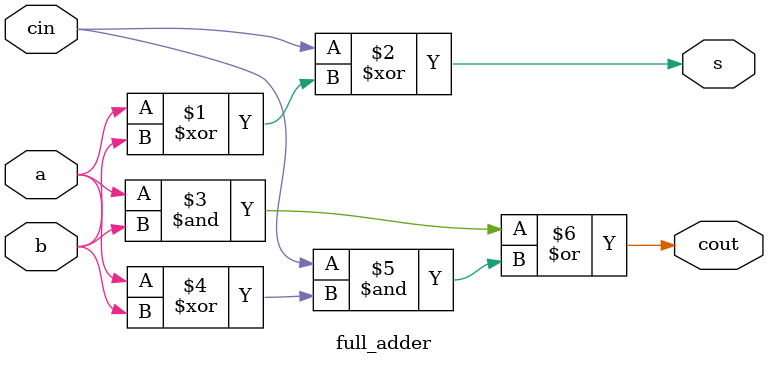
<source format=v>
module full_adder(
    input wire a, // input a
    input wire b, // input b
    input wire cin, // carry in
    output wire s, // sum
    output wire cout // carry out
);

// The expression for sum as a Sum of Products is:
// (~a & ~b & cin) | (~a & b & ~cin) | (a & ~b & ~cin) | (a & b & cin);
//
// This can be optimized into sum = cin XOR (a XOR b)
assign s = cin ^ (a ^ b); 


// The expression for carry out as a Sum of Products is:
// (~a & b & cin) | (a & ~b & cin) | (a & b & ~cin) | (a & b & cin);
//
// This can be optimized into cout = ab OR cin AND (a XOR b)

assign cout = a & b | cin & (a ^ b);

endmodule

</source>
